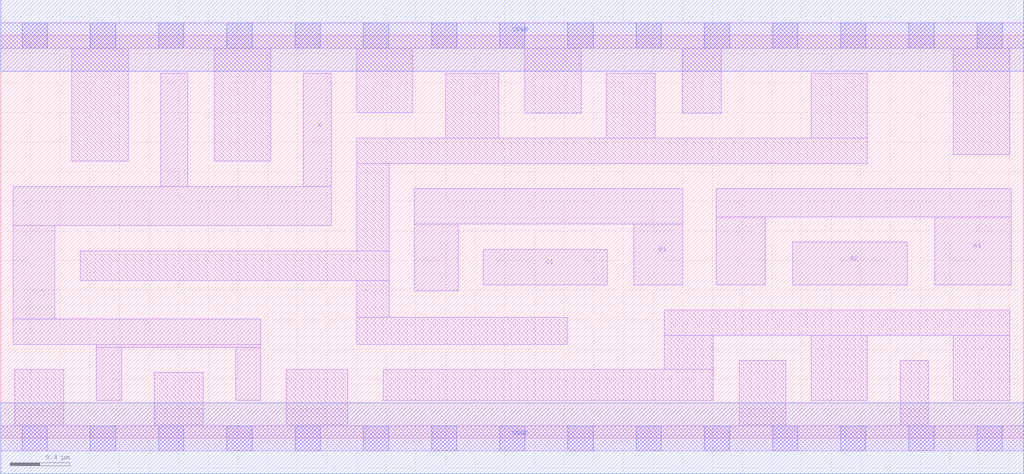
<source format=lef>
# Copyright 2020 The SkyWater PDK Authors
#
# Licensed under the Apache License, Version 2.0 (the "License");
# you may not use this file except in compliance with the License.
# You may obtain a copy of the License at
#
#     https://www.apache.org/licenses/LICENSE-2.0
#
# Unless required by applicable law or agreed to in writing, software
# distributed under the License is distributed on an "AS IS" BASIS,
# WITHOUT WARRANTIES OR CONDITIONS OF ANY KIND, either express or implied.
# See the License for the specific language governing permissions and
# limitations under the License.
#
# SPDX-License-Identifier: Apache-2.0

VERSION 5.7 ;
  NAMESCASESENSITIVE ON ;
  NOWIREEXTENSIONATPIN ON ;
  DIVIDERCHAR "/" ;
  BUSBITCHARS "[]" ;
UNITS
  DATABASE MICRONS 200 ;
END UNITS
PROPERTYDEFINITIONS
  MACRO maskLayoutSubType STRING ;
  MACRO prCellType STRING ;
  MACRO originalViewName STRING ;
END PROPERTYDEFINITIONS
MACRO sky130_fd_sc_hdll__o211a_4
  CLASS CORE ;
  FOREIGN sky130_fd_sc_hdll__o211a_4 ;
  ORIGIN  0.000000  0.000000 ;
  SIZE  6.900000 BY  2.720000 ;
  SYMMETRY X Y R90 ;
  SITE unithd ;
  PIN A1
    ANTENNAGATEAREA  0.555000 ;
    DIRECTION INPUT ;
    USE SIGNAL ;
    PORT
      LAYER li1 ;
        RECT 4.825000 1.035000 5.155000 1.495000 ;
        RECT 4.825000 1.495000 6.815000 1.685000 ;
        RECT 6.300000 1.035000 6.815000 1.495000 ;
    END
  END A1
  PIN A2
    ANTENNAGATEAREA  0.555000 ;
    DIRECTION INPUT ;
    USE SIGNAL ;
    PORT
      LAYER li1 ;
        RECT 5.340000 1.035000 6.115000 1.325000 ;
    END
  END A2
  PIN B1
    ANTENNAGATEAREA  0.555000 ;
    DIRECTION INPUT ;
    USE SIGNAL ;
    PORT
      LAYER li1 ;
        RECT 2.790000 0.995000 3.085000 1.445000 ;
        RECT 2.790000 1.445000 4.600000 1.685000 ;
        RECT 4.270000 1.035000 4.600000 1.445000 ;
    END
  END B1
  PIN C1
    ANTENNAGATEAREA  0.555000 ;
    DIRECTION INPUT ;
    USE SIGNAL ;
    PORT
      LAYER li1 ;
        RECT 3.255000 1.035000 4.090000 1.275000 ;
    END
  END C1
  PIN X
    ANTENNADIFFAREA  1.016000 ;
    DIRECTION OUTPUT ;
    USE SIGNAL ;
    PORT
      LAYER li1 ;
        RECT 0.085000 0.635000 1.755000 0.805000 ;
        RECT 0.085000 0.805000 0.365000 1.435000 ;
        RECT 0.085000 1.435000 2.230000 1.700000 ;
        RECT 0.645000 0.255000 0.815000 0.615000 ;
        RECT 0.645000 0.615000 1.755000 0.635000 ;
        RECT 1.080000 1.700000 1.260000 2.465000 ;
        RECT 1.585000 0.255000 1.755000 0.615000 ;
        RECT 2.040000 1.700000 2.230000 2.465000 ;
    END
  END X
  PIN VGND
    DIRECTION INOUT ;
    USE GROUND ;
    PORT
      LAYER met1 ;
        RECT 0.000000 -0.240000 6.900000 0.240000 ;
    END
  END VGND
  PIN VPWR
    DIRECTION INOUT ;
    USE POWER ;
    PORT
      LAYER met1 ;
        RECT 0.000000 2.480000 6.900000 2.960000 ;
    END
  END VPWR
  OBS
    LAYER li1 ;
      RECT 0.000000 -0.085000 6.900000 0.085000 ;
      RECT 0.000000  2.635000 6.900000 2.805000 ;
      RECT 0.095000  0.085000 0.425000 0.465000 ;
      RECT 0.480000  1.870000 0.860000 2.635000 ;
      RECT 0.535000  1.065000 2.620000 1.265000 ;
      RECT 1.035000  0.085000 1.365000 0.445000 ;
      RECT 1.440000  1.870000 1.820000 2.635000 ;
      RECT 1.925000  0.085000 2.340000 0.465000 ;
      RECT 2.400000  0.635000 3.820000 0.815000 ;
      RECT 2.400000  0.815000 2.620000 1.065000 ;
      RECT 2.400000  1.265000 2.620000 1.855000 ;
      RECT 2.400000  1.855000 5.845000 2.025000 ;
      RECT 2.400000  2.200000 2.780000 2.635000 ;
      RECT 2.580000  0.255000 4.805000 0.465000 ;
      RECT 3.000000  2.025000 3.360000 2.465000 ;
      RECT 3.535000  2.195000 3.915000 2.635000 ;
      RECT 4.085000  2.025000 4.415000 2.465000 ;
      RECT 4.475000  0.465000 4.805000 0.695000 ;
      RECT 4.475000  0.695000 6.805000 0.865000 ;
      RECT 4.595000  2.195000 4.860000 2.635000 ;
      RECT 4.980000  0.085000 5.295000 0.525000 ;
      RECT 5.465000  0.255000 5.845000 0.695000 ;
      RECT 5.465000  2.025000 5.845000 2.465000 ;
      RECT 6.065000  0.085000 6.255000 0.525000 ;
      RECT 6.425000  0.255000 6.805000 0.695000 ;
      RECT 6.425000  1.915000 6.805000 2.635000 ;
    LAYER mcon ;
      RECT 0.145000 -0.085000 0.315000 0.085000 ;
      RECT 0.145000  2.635000 0.315000 2.805000 ;
      RECT 0.605000 -0.085000 0.775000 0.085000 ;
      RECT 0.605000  2.635000 0.775000 2.805000 ;
      RECT 1.065000 -0.085000 1.235000 0.085000 ;
      RECT 1.065000  2.635000 1.235000 2.805000 ;
      RECT 1.525000 -0.085000 1.695000 0.085000 ;
      RECT 1.525000  2.635000 1.695000 2.805000 ;
      RECT 1.985000 -0.085000 2.155000 0.085000 ;
      RECT 1.985000  2.635000 2.155000 2.805000 ;
      RECT 2.445000 -0.085000 2.615000 0.085000 ;
      RECT 2.445000  2.635000 2.615000 2.805000 ;
      RECT 2.905000 -0.085000 3.075000 0.085000 ;
      RECT 2.905000  2.635000 3.075000 2.805000 ;
      RECT 3.365000 -0.085000 3.535000 0.085000 ;
      RECT 3.365000  2.635000 3.535000 2.805000 ;
      RECT 3.825000 -0.085000 3.995000 0.085000 ;
      RECT 3.825000  2.635000 3.995000 2.805000 ;
      RECT 4.285000 -0.085000 4.455000 0.085000 ;
      RECT 4.285000  2.635000 4.455000 2.805000 ;
      RECT 4.745000 -0.085000 4.915000 0.085000 ;
      RECT 4.745000  2.635000 4.915000 2.805000 ;
      RECT 5.205000 -0.085000 5.375000 0.085000 ;
      RECT 5.205000  2.635000 5.375000 2.805000 ;
      RECT 5.665000 -0.085000 5.835000 0.085000 ;
      RECT 5.665000  2.635000 5.835000 2.805000 ;
      RECT 6.125000 -0.085000 6.295000 0.085000 ;
      RECT 6.125000  2.635000 6.295000 2.805000 ;
      RECT 6.585000 -0.085000 6.755000 0.085000 ;
      RECT 6.585000  2.635000 6.755000 2.805000 ;
  END
  PROPERTY maskLayoutSubType "abstract" ;
  PROPERTY prCellType "standard" ;
  PROPERTY originalViewName "layout" ;
END sky130_fd_sc_hdll__o211a_4
END LIBRARY

</source>
